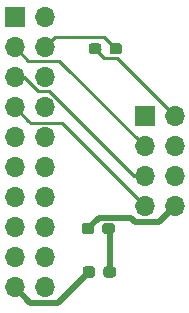
<source format=gtl>
%TF.GenerationSoftware,KiCad,Pcbnew,(5.1.6-0-10_14)*%
%TF.CreationDate,2022-06-04T16:36:40-05:00*%
%TF.ProjectId,programmer_adapter_v2,70726f67-7261-46d6-9d65-725f61646170,rev?*%
%TF.SameCoordinates,Original*%
%TF.FileFunction,Copper,L1,Top*%
%TF.FilePolarity,Positive*%
%FSLAX46Y46*%
G04 Gerber Fmt 4.6, Leading zero omitted, Abs format (unit mm)*
G04 Created by KiCad (PCBNEW (5.1.6-0-10_14)) date 2022-06-04 16:36:40*
%MOMM*%
%LPD*%
G01*
G04 APERTURE LIST*
%TA.AperFunction,ComponentPad*%
%ADD10R,1.700000X1.700000*%
%TD*%
%TA.AperFunction,ComponentPad*%
%ADD11O,1.700000X1.700000*%
%TD*%
%TA.AperFunction,Conductor*%
%ADD12C,0.499872*%
%TD*%
%TA.AperFunction,Conductor*%
%ADD13C,0.250000*%
%TD*%
G04 APERTURE END LIST*
D10*
X69230000Y-54530000D03*
D11*
X71770000Y-54530000D03*
X69230000Y-57070000D03*
X71770000Y-57070000D03*
X69230000Y-59610000D03*
X71770000Y-59610000D03*
X69230000Y-62150000D03*
X71770000Y-62150000D03*
X69230000Y-64690000D03*
X71770000Y-64690000D03*
X69230000Y-67230000D03*
X71770000Y-67230000D03*
X69230000Y-69770000D03*
X71770000Y-69770000D03*
X69230000Y-72310000D03*
X71770000Y-72310000D03*
X69230000Y-74850000D03*
X71770000Y-74850000D03*
X69230000Y-77390000D03*
X71770000Y-77390000D03*
%TA.AperFunction,SMDPad,CuDef*%
G36*
G01*
X77803200Y-75860900D02*
X77803200Y-76335900D01*
G75*
G02*
X77565700Y-76573400I-237500J0D01*
G01*
X76990700Y-76573400D01*
G75*
G02*
X76753200Y-76335900I0J237500D01*
G01*
X76753200Y-75860900D01*
G75*
G02*
X76990700Y-75623400I237500J0D01*
G01*
X77565700Y-75623400D01*
G75*
G02*
X77803200Y-75860900I0J-237500D01*
G01*
G37*
%TD.AperFunction*%
%TA.AperFunction,SMDPad,CuDef*%
G36*
G01*
X76053200Y-75860900D02*
X76053200Y-76335900D01*
G75*
G02*
X75815700Y-76573400I-237500J0D01*
G01*
X75240700Y-76573400D01*
G75*
G02*
X75003200Y-76335900I0J237500D01*
G01*
X75003200Y-75860900D01*
G75*
G02*
X75240700Y-75623400I237500J0D01*
G01*
X75815700Y-75623400D01*
G75*
G02*
X76053200Y-75860900I0J-237500D01*
G01*
G37*
%TD.AperFunction*%
%TA.AperFunction,SMDPad,CuDef*%
G36*
G01*
X77270000Y-57447500D02*
X77270000Y-56972500D01*
G75*
G02*
X77507500Y-56735000I237500J0D01*
G01*
X78082500Y-56735000D01*
G75*
G02*
X78320000Y-56972500I0J-237500D01*
G01*
X78320000Y-57447500D01*
G75*
G02*
X78082500Y-57685000I-237500J0D01*
G01*
X77507500Y-57685000D01*
G75*
G02*
X77270000Y-57447500I0J237500D01*
G01*
G37*
%TD.AperFunction*%
%TA.AperFunction,SMDPad,CuDef*%
G36*
G01*
X75520000Y-57447500D02*
X75520000Y-56972500D01*
G75*
G02*
X75757500Y-56735000I237500J0D01*
G01*
X76332500Y-56735000D01*
G75*
G02*
X76570000Y-56972500I0J-237500D01*
G01*
X76570000Y-57447500D01*
G75*
G02*
X76332500Y-57685000I-237500J0D01*
G01*
X75757500Y-57685000D01*
G75*
G02*
X75520000Y-57447500I0J237500D01*
G01*
G37*
%TD.AperFunction*%
%TA.AperFunction,SMDPad,CuDef*%
G36*
G01*
X77715600Y-72177900D02*
X77715600Y-72652900D01*
G75*
G02*
X77478100Y-72890400I-237500J0D01*
G01*
X76903100Y-72890400D01*
G75*
G02*
X76665600Y-72652900I0J237500D01*
G01*
X76665600Y-72177900D01*
G75*
G02*
X76903100Y-71940400I237500J0D01*
G01*
X77478100Y-71940400D01*
G75*
G02*
X77715600Y-72177900I0J-237500D01*
G01*
G37*
%TD.AperFunction*%
%TA.AperFunction,SMDPad,CuDef*%
G36*
G01*
X75965600Y-72177900D02*
X75965600Y-72652900D01*
G75*
G02*
X75728100Y-72890400I-237500J0D01*
G01*
X75153100Y-72890400D01*
G75*
G02*
X74915600Y-72652900I0J237500D01*
G01*
X74915600Y-72177900D01*
G75*
G02*
X75153100Y-71940400I237500J0D01*
G01*
X75728100Y-71940400D01*
G75*
G02*
X75965600Y-72177900I0J-237500D01*
G01*
G37*
%TD.AperFunction*%
D10*
X80240000Y-62920000D03*
D11*
X82780000Y-62920000D03*
X80240000Y-65460000D03*
X82780000Y-65460000D03*
X80240000Y-68000000D03*
X82780000Y-68000000D03*
X80240000Y-70540000D03*
X82780000Y-70540000D03*
D12*
X76365546Y-71490454D02*
X75440600Y-72415400D01*
X79070454Y-71490454D02*
X76365546Y-71490454D01*
X79419937Y-71839937D02*
X79070454Y-71490454D01*
X81480063Y-71839937D02*
X79419937Y-71839937D01*
X82780000Y-70540000D02*
X81480063Y-71839937D01*
D13*
X70405001Y-58245001D02*
X69230000Y-57070000D01*
X73025001Y-58245001D02*
X70405001Y-58245001D01*
X80240000Y-65460000D02*
X73025001Y-58245001D01*
X76805001Y-56220001D02*
X72619999Y-56220001D01*
X72619999Y-56220001D02*
X71770000Y-57070000D01*
X77795000Y-57210000D02*
X76805001Y-56220001D01*
X70030998Y-59610000D02*
X71205999Y-60785001D01*
X69230000Y-59610000D02*
X70030998Y-59610000D01*
X72144003Y-60785001D02*
X79359002Y-68000000D01*
X79359002Y-68000000D02*
X80240000Y-68000000D01*
X71205999Y-60785001D02*
X72144003Y-60785001D01*
X70405001Y-63325001D02*
X69230000Y-62150000D01*
X70594999Y-63514999D02*
X70405001Y-63325001D01*
X73214999Y-63514999D02*
X70594999Y-63514999D01*
X80240000Y-70540000D02*
X73214999Y-63514999D01*
X76474490Y-57210000D02*
X76045000Y-57210000D01*
X77870010Y-58010010D02*
X82780000Y-62920000D01*
X76845010Y-58010010D02*
X77870010Y-58010010D01*
X76045000Y-57210000D02*
X76845010Y-58010010D01*
D12*
X70529937Y-78689937D02*
X69230000Y-77390000D01*
X72936663Y-78689937D02*
X70529937Y-78689937D01*
X75528200Y-76098400D02*
X72936663Y-78689937D01*
X77278200Y-72503000D02*
X77190600Y-72415400D01*
X77278200Y-76098400D02*
X77278200Y-72503000D01*
M02*

</source>
